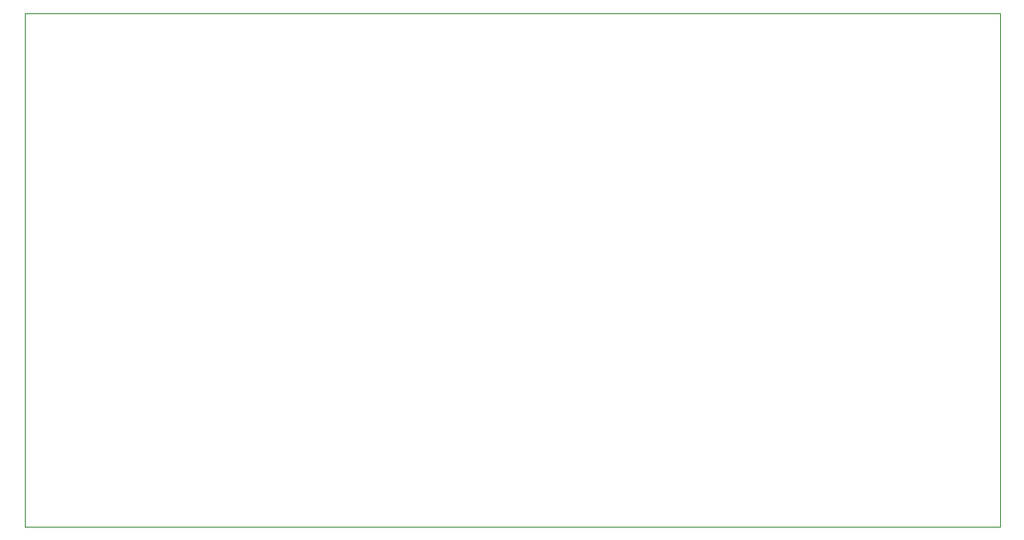
<source format=gbr>
G04 (created by PCBNEW (2013-08-24 BZR 4298)-stable) date Fri 06 Dec 2013 09:15:41 PM PST*
%MOIN*%
G04 Gerber Fmt 3.4, Leading zero omitted, Abs format*
%FSLAX34Y34*%
G01*
G70*
G90*
G04 APERTURE LIST*
%ADD10C,0.005906*%
%ADD11C,0.003937*%
G04 APERTURE END LIST*
G54D10*
G54D11*
X46850Y-31889D02*
X10236Y-31889D01*
X46850Y-51181D02*
X46850Y-31889D01*
X10236Y-51181D02*
X46850Y-51181D01*
X10236Y-31889D02*
X10236Y-51181D01*
M02*

</source>
